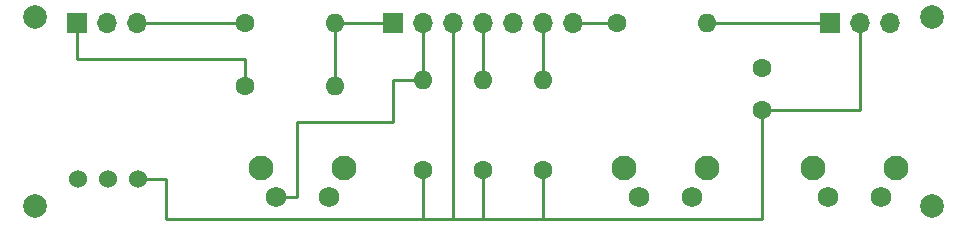
<source format=gbr>
%TF.GenerationSoftware,KiCad,Pcbnew,(5.1.9)-1*%
%TF.CreationDate,2021-06-30T13:01:52+01:00*%
%TF.ProjectId,bikepixel rear,62696b65-7069-4786-956c-20726561722e,v0.5*%
%TF.SameCoordinates,Original*%
%TF.FileFunction,Copper,L1,Top*%
%TF.FilePolarity,Positive*%
%FSLAX46Y46*%
G04 Gerber Fmt 4.6, Leading zero omitted, Abs format (unit mm)*
G04 Created by KiCad (PCBNEW (5.1.9)-1) date 2021-06-30 13:01:52*
%MOMM*%
%LPD*%
G01*
G04 APERTURE LIST*
%TA.AperFunction,ComponentPad*%
%ADD10C,2.000000*%
%TD*%
%TA.AperFunction,ComponentPad*%
%ADD11C,2.100000*%
%TD*%
%TA.AperFunction,ComponentPad*%
%ADD12C,1.750000*%
%TD*%
%TA.AperFunction,ComponentPad*%
%ADD13C,1.600000*%
%TD*%
%TA.AperFunction,ComponentPad*%
%ADD14R,1.700000X1.700000*%
%TD*%
%TA.AperFunction,ComponentPad*%
%ADD15O,1.700000X1.700000*%
%TD*%
%TA.AperFunction,ComponentPad*%
%ADD16O,1.600000X1.600000*%
%TD*%
%TA.AperFunction,ComponentPad*%
%ADD17C,1.524000*%
%TD*%
%TA.AperFunction,Conductor*%
%ADD18C,0.254000*%
%TD*%
G04 APERTURE END LIST*
D10*
%TO.P,H3,*%
%TO.N,*%
X182245000Y-107315000D03*
%TD*%
%TO.P,H4,*%
%TO.N,*%
X182245000Y-91313000D03*
%TD*%
%TO.P,H2,*%
%TO.N,*%
X106299000Y-107315000D03*
%TD*%
%TO.P,H1,*%
%TO.N,*%
X106299000Y-91313000D03*
%TD*%
D11*
%TO.P,SW2,*%
%TO.N,*%
X163175000Y-104063000D03*
D12*
%TO.P,SW2,1*%
%TO.N,GND*%
X161925000Y-106553000D03*
%TO.P,SW2,2*%
%TO.N,Net-(J2-Pad4)*%
X157425000Y-106553000D03*
D11*
%TO.P,SW2,*%
%TO.N,*%
X156165000Y-104063000D03*
%TD*%
D13*
%TO.P,C1,1*%
%TO.N,GND*%
X167894000Y-95631000D03*
%TO.P,C1,2*%
%TO.N,+5V*%
X167894000Y-99131000D03*
%TD*%
D14*
%TO.P,J1,1*%
%TO.N,Net-(J1-Pad1)*%
X109855000Y-91821000D03*
D15*
%TO.P,J1,2*%
%TO.N,Net-(J1-Pad2)*%
X112395000Y-91821000D03*
%TO.P,J1,3*%
%TO.N,GND*%
X114935000Y-91821000D03*
%TD*%
D14*
%TO.P,J2,1*%
%TO.N,Net-(J2-Pad1)*%
X136652000Y-91821000D03*
D15*
%TO.P,J2,2*%
%TO.N,Net-(J2-Pad2)*%
X139192000Y-91821000D03*
%TO.P,J2,3*%
%TO.N,+5V*%
X141732000Y-91821000D03*
%TO.P,J2,4*%
%TO.N,Net-(J2-Pad4)*%
X144272000Y-91821000D03*
%TO.P,J2,5*%
%TO.N,GND*%
X146812000Y-91821000D03*
%TO.P,J2,6*%
%TO.N,Net-(J2-Pad6)*%
X149352000Y-91821000D03*
%TO.P,J2,7*%
%TO.N,Net-(J2-Pad7)*%
X151892000Y-91821000D03*
%TD*%
%TO.P,J3,3*%
%TO.N,GND*%
X178689000Y-91821000D03*
%TO.P,J3,2*%
%TO.N,+5V*%
X176149000Y-91821000D03*
D14*
%TO.P,J3,1*%
%TO.N,Net-(J3-Pad1)*%
X173609000Y-91821000D03*
%TD*%
D16*
%TO.P,R1,2*%
%TO.N,Net-(J2-Pad1)*%
X131699000Y-91821000D03*
D13*
%TO.P,R1,1*%
%TO.N,GND*%
X124079000Y-91821000D03*
%TD*%
%TO.P,R2,1*%
%TO.N,Net-(J1-Pad1)*%
X124079000Y-97091500D03*
D16*
%TO.P,R2,2*%
%TO.N,Net-(J2-Pad1)*%
X131699000Y-97091500D03*
%TD*%
%TO.P,R3,2*%
%TO.N,Net-(J2-Pad2)*%
X139192000Y-96647000D03*
D13*
%TO.P,R3,1*%
%TO.N,+5V*%
X139192000Y-104267000D03*
%TD*%
%TO.P,R4,1*%
%TO.N,+5V*%
X144272000Y-104203500D03*
D16*
%TO.P,R4,2*%
%TO.N,Net-(J2-Pad4)*%
X144272000Y-96583500D03*
%TD*%
%TO.P,R5,2*%
%TO.N,Net-(J2-Pad6)*%
X149352000Y-96583500D03*
D13*
%TO.P,R5,1*%
%TO.N,+5V*%
X149352000Y-104203500D03*
%TD*%
%TO.P,R6,1*%
%TO.N,Net-(J2-Pad7)*%
X155575000Y-91821000D03*
D16*
%TO.P,R6,2*%
%TO.N,Net-(J3-Pad1)*%
X163195000Y-91821000D03*
%TD*%
D17*
%TO.P,SW0,1*%
%TO.N,Net-(SW0-Pad1)*%
X109982000Y-105029000D03*
%TO.P,SW0,2*%
%TO.N,Net-(J1-Pad2)*%
X112522000Y-105029000D03*
%TO.P,SW0,3*%
%TO.N,+5V*%
X115062000Y-105029000D03*
%TD*%
D11*
%TO.P,SW1,*%
%TO.N,*%
X125431000Y-104063000D03*
D12*
%TO.P,SW1,2*%
%TO.N,Net-(J2-Pad2)*%
X126691000Y-106553000D03*
%TO.P,SW1,1*%
%TO.N,GND*%
X131191000Y-106553000D03*
D11*
%TO.P,SW1,*%
%TO.N,*%
X132441000Y-104063000D03*
%TD*%
%TO.P,SW3,*%
%TO.N,*%
X172167000Y-104063000D03*
D12*
%TO.P,SW3,2*%
%TO.N,Net-(J2-Pad6)*%
X173427000Y-106553000D03*
%TO.P,SW3,1*%
%TO.N,GND*%
X177927000Y-106553000D03*
D11*
%TO.P,SW3,*%
%TO.N,*%
X179177000Y-104063000D03*
%TD*%
D18*
%TO.N,GND*%
X114808000Y-91821000D02*
X124079000Y-91821000D01*
%TO.N,+5V*%
X144272000Y-108394500D02*
X144272000Y-104203500D01*
X167894000Y-99131000D02*
X176141500Y-99131000D01*
X176149000Y-99123500D02*
X176149000Y-91821000D01*
X176141500Y-99131000D02*
X176149000Y-99123500D01*
X149352000Y-108331000D02*
X149415500Y-108394500D01*
X149415500Y-108394500D02*
X167894000Y-108394500D01*
X149352000Y-104203500D02*
X149352000Y-108331000D01*
X144272000Y-108394500D02*
X149415500Y-108394500D01*
X176867118Y-91821000D02*
X176149000Y-91821000D01*
X141732000Y-91821000D02*
X141732000Y-108394500D01*
X141732000Y-108394500D02*
X144272000Y-108394500D01*
X139192000Y-108394500D02*
X141732000Y-108394500D01*
X167894000Y-99131000D02*
X167894000Y-108394500D01*
X114808000Y-105029000D02*
X117411500Y-105029000D01*
X117411500Y-105029000D02*
X117411500Y-108394500D01*
X139128500Y-108394500D02*
X139192000Y-108331000D01*
X117411500Y-108394500D02*
X139128500Y-108394500D01*
X139192000Y-108331000D02*
X139192000Y-104267000D01*
X139192000Y-108394500D02*
X139192000Y-108331000D01*
%TO.N,Net-(J1-Pad1)*%
X124079000Y-97091500D02*
X124079000Y-94869000D01*
X124079000Y-94869000D02*
X109855000Y-94869000D01*
X109855000Y-94869000D02*
X109855000Y-91821000D01*
%TO.N,Net-(J2-Pad1)*%
X131699000Y-91821000D02*
X136652000Y-91821000D01*
X131699000Y-91821000D02*
X131699000Y-97091500D01*
%TO.N,Net-(J2-Pad2)*%
X128524000Y-106553000D02*
X128524000Y-100203000D01*
X126691000Y-106553000D02*
X128524000Y-106553000D01*
X139192000Y-96647000D02*
X139192000Y-91821000D01*
X139192000Y-96647000D02*
X136652000Y-96647000D01*
X136652000Y-96647000D02*
X136652000Y-100203000D01*
X136652000Y-100203000D02*
X128524000Y-100203000D01*
%TO.N,Net-(J2-Pad6)*%
X173173000Y-106807000D02*
X173427000Y-106553000D01*
X173427000Y-106807000D02*
X173681000Y-106553000D01*
X173173000Y-106045000D02*
X173681000Y-106553000D01*
X173427000Y-106299000D02*
X173681000Y-106553000D01*
X149352000Y-91821000D02*
X149352000Y-96583500D01*
%TO.N,Net-(J2-Pad7)*%
X155575000Y-91821000D02*
X152273000Y-91821000D01*
%TO.N,Net-(J3-Pad1)*%
X163195000Y-91821000D02*
X173609000Y-91821000D01*
%TO.N,Net-(J2-Pad4)*%
X144272000Y-91821000D02*
X144272000Y-96583500D01*
%TD*%
M02*

</source>
